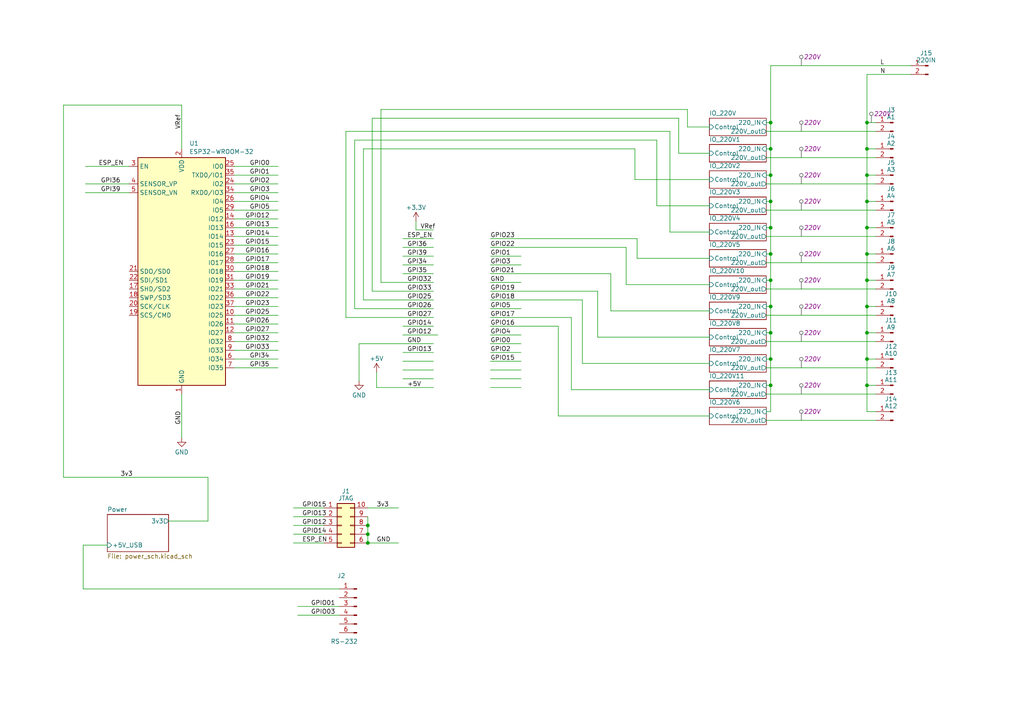
<source format=kicad_sch>
(kicad_sch (version 20230121) (generator eeschema)
  (paper "A4")
  (title_block (title "ISP32 Devkit LiPo Addon") (date "2023-09-20") (company "Wildsystems"))
  (lib_symbols
    (symbol "Connector:Conn_01x02_Pin" (pin_names (offset 1.016) hide)
      (property "Reference" "J" (at 0 2.54 0))
      (property "Value" "Conn_01x02_Pin" (at 0 -5.08 0))
      (symbol "Conn_01x02_Pin_1_1"
        (polyline (pts (xy 1.27 -2.54) (xy 0.8636 -2.54)) (stroke (width 0.1524)))
        (polyline (pts (xy 1.27 0) (xy 0.8636 0)) (stroke (width 0.1524)))
        (rectangle (start 0.8636 -2.413) (end 0 -2.667) (stroke (width 0.1524)) (fill (type outline)))
        (rectangle (start 0.8636 0.127) (end 0 -0.127) (stroke (width 0.1524)) (fill (type outline)))
        (pin passive line (at 5.08 0 180) (length 3.81) (name "Pin_1") (number "1"))
        (pin passive line (at 5.08 -2.54 180) (length 3.81) (name "Pin_2") (number "2"))
      )
    )
    (symbol "Connector:Conn_01x06_Pin" (pin_names (offset 1.016) hide)
      (property "Reference" "J" (at 0 7.62 0))
      (property "Value" "Conn_01x06_Pin" (at 0 -10.16 0))
      (symbol "Conn_01x06_Pin_1_1"
        (polyline (pts (xy 1.27 -7.62) (xy 0.8636 -7.62)) (stroke (width 0.1524)))
        (polyline (pts (xy 1.27 -5.08) (xy 0.8636 -5.08)) (stroke (width 0.1524)))
        (polyline (pts (xy 1.27 -2.54) (xy 0.8636 -2.54)) (stroke (width 0.1524)))
        (polyline (pts (xy 1.27 0) (xy 0.8636 0)) (stroke (width 0.1524)))
        (polyline (pts (xy 1.27 2.54) (xy 0.8636 2.54)) (stroke (width 0.1524)))
        (polyline (pts (xy 1.27 5.08) (xy 0.8636 5.08)) (stroke (width 0.1524)))
        (rectangle (start 0.8636 -7.493) (end 0 -7.747) (stroke (width 0.1524)) (fill (type outline)))
        (rectangle (start 0.8636 -4.953) (end 0 -5.207) (stroke (width 0.1524)) (fill (type outline)))
        (rectangle (start 0.8636 -2.413) (end 0 -2.667) (stroke (width 0.1524)) (fill (type outline)))
        (rectangle (start 0.8636 0.127) (end 0 -0.127) (stroke (width 0.1524)) (fill (type outline)))
        (rectangle (start 0.8636 2.667) (end 0 2.413) (stroke (width 0.1524)) (fill (type outline)))
        (rectangle (start 0.8636 5.207) (end 0 4.953) (stroke (width 0.1524)) (fill (type outline)))
        (pin passive line (at 5.08 5.08 180) (length 3.81) (name "Pin_1") (number "1"))
        (pin passive line (at 5.08 2.54 180) (length 3.81) (name "Pin_2") (number "2"))
        (pin passive line (at 5.08 0 180) (length 3.81) (name "Pin_3") (number "3"))
        (pin passive line (at 5.08 -2.54 180) (length 3.81) (name "Pin_4") (number "4"))
        (pin passive line (at 5.08 -5.08 180) (length 3.81) (name "Pin_5") (number "5"))
        (pin passive line (at 5.08 -7.62 180) (length 3.81) (name "Pin_6") (number "6"))
      )
    )
    (symbol "Connector_Generic:Conn_02x05_Counter_Clockwise" (pin_names (offset 1.016) hide)
      (property "Reference" "J" (at 1.27 7.62 0))
      (property "Value" "Conn_02x05_Counter_Clockwise" (at 1.27 -7.62 0))
      (symbol "Conn_02x05_Counter_Clockwise_1_1"
        (rectangle (start -1.27 -4.953) (end 0 -5.207) (stroke (width 0.1524)))
        (rectangle (start -1.27 -2.413) (end 0 -2.667) (stroke (width 0.1524)))
        (rectangle (start -1.27 0.127) (end 0 -0.127) (stroke (width 0.1524)))
        (rectangle (start -1.27 2.667) (end 0 2.413) (stroke (width 0.1524)))
        (rectangle (start -1.27 5.207) (end 0 4.953) (stroke (width 0.1524)))
        (rectangle (start -1.27 6.35) (end 3.81 -6.35) (stroke (width 0.254)) (fill (type background)))
        (rectangle (start 3.81 -4.953) (end 2.54 -5.207) (stroke (width 0.1524)))
        (rectangle (start 3.81 -2.413) (end 2.54 -2.667) (stroke (width 0.1524)))
        (rectangle (start 3.81 0.127) (end 2.54 -0.127) (stroke (width 0.1524)))
        (rectangle (start 3.81 2.667) (end 2.54 2.413) (stroke (width 0.1524)))
        (rectangle (start 3.81 5.207) (end 2.54 4.953) (stroke (width 0.1524)))
        (pin passive line (at -5.08 5.08 0) (length 3.81) (name "Pin_1") (number "1"))
        (pin passive line (at 7.62 5.08 180) (length 3.81) (name "Pin_10") (number "10"))
        (pin passive line (at -5.08 2.54 0) (length 3.81) (name "Pin_2") (number "2"))
        (pin passive line (at -5.08 0 0) (length 3.81) (name "Pin_3") (number "3"))
        (pin passive line (at -5.08 -2.54 0) (length 3.81) (name "Pin_4") (number "4"))
        (pin passive line (at -5.08 -5.08 0) (length 3.81) (name "Pin_5") (number "5"))
        (pin passive line (at 7.62 -5.08 180) (length 3.81) (name "Pin_6") (number "6"))
        (pin passive line (at 7.62 -2.54 180) (length 3.81) (name "Pin_7") (number "7"))
        (pin passive line (at 7.62 0 180) (length 3.81) (name "Pin_8") (number "8"))
        (pin passive line (at 7.62 2.54 180) (length 3.81) (name "Pin_9") (number "9"))
      )
    )
    (symbol "RF_Module:ESP32-WROOM-32"
      (property "Reference" "U" (at -12.7 34.29 0))
      (property "Value" "ESP32-WROOM-32" (at 1.27 34.29 0))
      (symbol "ESP32-WROOM-32_0_1"
        (rectangle (start -12.7 33.02) (end 12.7 -33.02) (stroke (width 0.254)) (fill (type background)))
      )
      (symbol "ESP32-WROOM-32_1_1"
        (pin power_in line (at 0 -35.56 90) (length 2.54) (name "GND") (number "1"))
        (pin bidirectional line (at 15.24 -12.7 180) (length 2.54) (name "IO25") (number "10"))
        (pin bidirectional line (at 15.24 -15.24 180) (length 2.54) (name "IO26") (number "11"))
        (pin bidirectional line (at 15.24 -17.78 180) (length 2.54) (name "IO27") (number "12"))
        (pin bidirectional line (at 15.24 10.16 180) (length 2.54) (name "IO14") (number "13"))
        (pin bidirectional line (at 15.24 15.24 180) (length 2.54) (name "IO12") (number "14"))
        (pin passive line (at 0 -35.56 90) (length 2.54) hide (name "GND") (number "15"))
        (pin bidirectional line (at 15.24 12.7 180) (length 2.54) (name "IO13") (number "16"))
        (pin bidirectional line (at -15.24 -5.08 0) (length 2.54) (name "SHD/SD2") (number "17"))
        (pin bidirectional line (at -15.24 -7.62 0) (length 2.54) (name "SWP/SD3") (number "18"))
        (pin bidirectional line (at -15.24 -12.7 0) (length 2.54) (name "SCS/CMD") (number "19"))
        (pin power_in line (at 0 35.56 270) (length 2.54) (name "VDD") (number "2"))
        (pin bidirectional line (at -15.24 -10.16 0) (length 2.54) (name "SCK/CLK") (number "20"))
        (pin bidirectional line (at -15.24 0 0) (length 2.54) (name "SDO/SD0") (number "21"))
        (pin bidirectional line (at -15.24 -2.54 0) (length 2.54) (name "SDI/SD1") (number "22"))
        (pin bidirectional line (at 15.24 7.62 180) (length 2.54) (name "IO15") (number "23"))
        (pin bidirectional line (at 15.24 25.4 180) (length 2.54) (name "IO2") (number "24"))
        (pin bidirectional line (at 15.24 30.48 180) (length 2.54) (name "IO0") (number "25"))
        (pin bidirectional line (at 15.24 20.32 180) (length 2.54) (name "IO4") (number "26"))
        (pin bidirectional line (at 15.24 5.08 180) (length 2.54) (name "IO16") (number "27"))
        (pin bidirectional line (at 15.24 2.54 180) (length 2.54) (name "IO17") (number "28"))
        (pin bidirectional line (at 15.24 17.78 180) (length 2.54) (name "IO5") (number "29"))
        (pin input line (at -15.24 30.48 0) (length 2.54) (name "EN") (number "3"))
        (pin bidirectional line (at 15.24 0 180) (length 2.54) (name "IO18") (number "30"))
        (pin bidirectional line (at 15.24 -2.54 180) (length 2.54) (name "IO19") (number "31"))
        (pin no_connect line (at -12.7 -27.94 0) (length 2.54) hide (name "NC") (number "32"))
        (pin bidirectional line (at 15.24 -5.08 180) (length 2.54) (name "IO21") (number "33"))
        (pin bidirectional line (at 15.24 22.86 180) (length 2.54) (name "RXD0/IO3") (number "34"))
        (pin bidirectional line (at 15.24 27.94 180) (length 2.54) (name "TXD0/IO1") (number "35"))
        (pin bidirectional line (at 15.24 -7.62 180) (length 2.54) (name "IO22") (number "36"))
        (pin bidirectional line (at 15.24 -10.16 180) (length 2.54) (name "IO23") (number "37"))
        (pin passive line (at 0 -35.56 90) (length 2.54) hide (name "GND") (number "38"))
        (pin passive line (at 0 -35.56 90) (length 2.54) hide (name "GND") (number "39"))
        (pin input line (at -15.24 25.4 0) (length 2.54) (name "SENSOR_VP") (number "4"))
        (pin input line (at -15.24 22.86 0) (length 2.54) (name "SENSOR_VN") (number "5"))
        (pin input line (at 15.24 -25.4 180) (length 2.54) (name "IO34") (number "6"))
        (pin input line (at 15.24 -27.94 180) (length 2.54) (name "IO35") (number "7"))
        (pin bidirectional line (at 15.24 -20.32 180) (length 2.54) (name "IO32") (number "8"))
        (pin bidirectional line (at 15.24 -22.86 180) (length 2.54) (name "IO33") (number "9"))
      )
    )
    (symbol "power:+3.3V" (power) (pin_names (offset 0))
      (property "Value" "+3.3V" (at 0 3.556 0))
      (symbol "+3.3V_0_1"
        (polyline (pts (xy -0.762 1.27) (xy 0 2.54)))
        (polyline (pts (xy 0 0) (xy 0 2.54)))
        (polyline (pts (xy 0 2.54) (xy 0.762 1.27)))
      )
      (symbol "+3.3V_1_1"
        (pin power_in line (at 0 0 90) (length 0) hide (name "+3.3V") (number "1"))
      )
    )
    (symbol "power:+5V" (power) (pin_names (offset 0))
      (property "Value" "+5V" (at 0 3.556 0))
      (symbol "+5V_0_1"
        (polyline (pts (xy -0.762 1.27) (xy 0 2.54)))
        (polyline (pts (xy 0 0) (xy 0 2.54)))
        (polyline (pts (xy 0 2.54) (xy 0.762 1.27)))
      )
      (symbol "+5V_1_1"
        (pin power_in line (at 0 0 90) (length 0) hide (name "+5V") (number "1"))
      )
    )
    (symbol "power:GND" (power) (pin_names (offset 0))
      (property "Value" "GND" (at 0 -3.81 0))
      (symbol "GND_0_1"
        (polyline (pts (xy 0 0) (xy 0 -1.27) (xy 1.27 -1.27) (xy 0 -2.54) (xy -1.27 -1.27) (xy 0 -1.27)))
      )
      (symbol "GND_1_1"
        (pin power_in line (at 0 0 270) (length 0) hide (name "GND") (number "1"))
      )
    )
  )
  (junction (at 251.46 50.8))
  (junction (at 251.46 96.52))
  (junction (at 223.52 35.56))
  (junction (at 251.46 81.28))
  (junction (at 251.46 73.66))
  (junction (at 251.46 66.04))
  (junction (at 223.52 58.42))
  (junction (at 223.52 96.52))
  (junction (at 106.68 154.94))
  (junction (at 251.46 111.76))
  (junction (at 251.46 43.18))
  (junction (at 223.52 50.8))
  (junction (at 223.52 111.76))
  (junction (at 223.52 73.66))
  (junction (at 251.46 88.9))
  (junction (at 223.52 88.9))
  (junction (at 251.46 104.14))
  (junction (at 251.46 35.56))
  (junction (at 106.68 152.4))
  (junction (at 106.68 157.48))
  (junction (at 223.52 43.18))
  (junction (at 223.52 66.04))
  (junction (at 223.52 81.28))
  (junction (at 251.46 58.42))
  (junction (at 223.52 104.14))
  (wire (pts (xy 190.5 59.69) (xy 205.74 59.69)))
  (wire (pts (xy 223.52 119.38) (xy 222.25 119.38)))
  (wire (pts (xy 102.87 89.535) (xy 125.73 89.535)))
  (wire (pts (xy 181.61 82.55) (xy 205.74 82.55)))
  (wire (pts (xy 173.355 84.455) (xy 173.355 97.79)))
  (wire (pts (xy 107.95 34.29) (xy 196.85 34.29)))
  (wire (pts (xy 67.945 76.2) (xy 80.645 76.2)))
  (wire (pts (xy 67.945 86.36) (xy 80.645 86.36)))
  (wire (pts (xy 85.09 157.48) (xy 93.98 157.48)))
  (wire (pts (xy 222.25 50.8) (xy 223.52 50.8)))
  (wire (pts (xy 151.13 107.315) (xy 142.24 107.315)))
  (wire (pts (xy 223.52 66.04) (xy 223.52 73.66)))
  (wire (pts (xy 194.31 38.1) (xy 194.31 67.31)))
  (wire (pts (xy 251.46 96.52) (xy 251.46 104.14)))
  (wire (pts (xy 251.46 111.76) (xy 251.46 119.38)))
  (wire (pts (xy 223.52 19.05) (xy 223.52 35.56)))
  (wire (pts (xy 222.25 104.14) (xy 223.52 104.14)))
  (wire (pts (xy 223.52 35.56) (xy 223.52 43.18)))
  (wire (pts (xy 222.25 43.18) (xy 223.52 43.18)))
  (wire (pts (xy 67.945 55.88) (xy 80.645 55.88)))
  (wire (pts (xy 251.46 50.8) (xy 254 50.8)))
  (wire (pts (xy 222.25 91.44) (xy 254 91.44)))
  (wire (pts (xy 251.46 104.14) (xy 251.46 111.76)))
  (wire (pts (xy 251.46 66.04) (xy 251.46 73.66)))
  (wire (pts (xy 67.945 104.14) (xy 80.645 104.14)))
  (wire (pts (xy 251.46 58.42) (xy 254 58.42)))
  (wire (pts (xy 85.09 152.4) (xy 93.98 152.4)))
  (wire (pts (xy 24.765 48.26) (xy 37.465 48.26)))
  (wire (pts (xy 67.945 60.96) (xy 80.645 60.96)))
  (wire (pts (xy 251.46 66.04) (xy 254 66.04)))
  (wire (pts (xy 52.705 43.18) (xy 52.705 30.48)))
  (wire (pts (xy 222.25 96.52) (xy 223.52 96.52)))
  (wire (pts (xy 151.13 74.295) (xy 142.24 74.295)))
  (wire (pts (xy 142.24 86.995) (xy 168.91 86.995)))
  (wire (pts (xy 223.52 96.52) (xy 223.52 104.14)))
  (wire (pts (xy 116.84 97.155) (xy 127 97.155)))
  (wire (pts (xy 251.46 35.56) (xy 251.46 43.18)))
  (wire (pts (xy 105.41 86.995) (xy 125.73 86.995)))
  (wire (pts (xy 151.13 97.155) (xy 142.24 97.155)))
  (wire (pts (xy 223.52 111.76) (xy 223.52 119.38)))
  (wire (pts (xy 67.945 58.42) (xy 80.645 58.42)))
  (wire (pts (xy 52.705 30.48) (xy 18.415 30.48)))
  (wire (pts (xy 67.945 99.06) (xy 80.645 99.06)))
  (wire (pts (xy 67.945 63.5) (xy 80.645 63.5)))
  (wire (pts (xy 177.165 79.375) (xy 177.165 90.17)))
  (wire (pts (xy 223.52 88.9) (xy 223.52 96.52)))
  (wire (pts (xy 116.84 104.775) (xy 125.73 104.775)))
  (wire (pts (xy 85.09 147.32) (xy 93.98 147.32)))
  (wire (pts (xy 251.46 119.38) (xy 254 119.38)))
  (wire (pts (xy 222.25 60.96) (xy 254 60.96)))
  (wire (pts (xy 142.24 94.615) (xy 161.925 94.615)))
  (wire (pts (xy 60.325 151.13) (xy 48.895 151.13)))
  (wire (pts (xy 222.25 73.66) (xy 223.52 73.66)))
  (wire (pts (xy 104.14 110.49) (xy 104.14 99.695)))
  (wire (pts (xy 110.49 31.75) (xy 110.49 81.915)))
  (wire (pts (xy 116.84 71.755) (xy 125.73 71.755)))
  (wire (pts (xy 222.25 66.04) (xy 223.52 66.04)))
  (wire (pts (xy 151.13 99.695) (xy 142.24 99.695)))
  (wire (pts (xy 125.73 94.615) (xy 116.84 94.615)))
  (wire (pts (xy 100.33 38.1) (xy 194.31 38.1)))
  (wire (pts (xy 67.945 81.28) (xy 80.645 81.28)))
  (wire (pts (xy 168.91 105.41) (xy 205.74 105.41)))
  (wire (pts (xy 222.25 76.2) (xy 254 76.2)))
  (wire (pts (xy 116.84 79.375) (xy 125.73 79.375)))
  (wire (pts (xy 222.25 99.06) (xy 254 99.06)))
  (wire (pts (xy 251.46 73.66) (xy 251.46 81.28)))
  (wire (pts (xy 181.61 71.755) (xy 181.61 82.55)))
  (wire (pts (xy 67.945 106.68) (xy 80.645 106.68)))
  (wire (pts (xy 184.785 74.93) (xy 205.74 74.93)))
  (wire (pts (xy 67.945 91.44) (xy 80.645 91.44)))
  (wire (pts (xy 109.22 112.395) (xy 125.73 112.395)))
  (wire (pts (xy 115.57 147.32) (xy 106.68 147.32)))
  (wire (pts (xy 110.49 31.75) (xy 199.39 31.75)))
  (wire (pts (xy 251.46 50.8) (xy 251.46 58.42)))
  (wire (pts (xy 106.68 149.86) (xy 106.68 152.4)))
  (wire (pts (xy 116.84 69.215) (xy 125.73 69.215)))
  (wire (pts (xy 86.36 178.435) (xy 98.425 178.435)))
  (wire (pts (xy 120.65 66.675) (xy 125.73 66.675)))
  (wire (pts (xy 222.25 83.82) (xy 254 83.82)))
  (wire (pts (xy 67.945 71.12) (xy 80.645 71.12)))
  (wire (pts (xy 85.09 149.86) (xy 93.98 149.86)))
  (wire (pts (xy 184.15 43.18) (xy 184.15 52.07)))
  (wire (pts (xy 142.24 71.755) (xy 181.61 71.755)))
  (wire (pts (xy 67.945 96.52) (xy 80.645 96.52)))
  (wire (pts (xy 165.735 113.03) (xy 205.74 113.03)))
  (wire (pts (xy 106.68 152.4) (xy 106.68 154.94)))
  (wire (pts (xy 105.41 86.995) (xy 105.41 43.18)))
  (wire (pts (xy 184.15 52.07) (xy 205.74 52.07)))
  (wire (pts (xy 67.945 83.82) (xy 80.645 83.82)))
  (wire (pts (xy 190.5 40.64) (xy 190.5 59.69)))
  (wire (pts (xy 199.39 31.75) (xy 199.39 36.83)))
  (wire (pts (xy 223.52 43.18) (xy 223.52 50.8)))
  (wire (pts (xy 67.945 66.04) (xy 80.645 66.04)))
  (wire (pts (xy 165.735 92.075) (xy 165.735 113.03)))
  (wire (pts (xy 86.36 175.895) (xy 98.425 175.895)))
  (wire (pts (xy 142.24 84.455) (xy 173.355 84.455)))
  (wire (pts (xy 223.52 50.8) (xy 223.52 58.42)))
  (wire (pts (xy 196.85 34.29) (xy 196.85 44.45)))
  (wire (pts (xy 223.52 19.05) (xy 264.16 19.05)))
  (wire (pts (xy 199.39 36.83) (xy 205.74 36.83)))
  (wire (pts (xy 151.13 109.855) (xy 142.24 109.855)))
  (wire (pts (xy 105.41 43.18) (xy 184.15 43.18)))
  (wire (pts (xy 151.13 104.775) (xy 142.24 104.775)))
  (wire (pts (xy 18.415 30.48) (xy 18.415 138.43)))
  (wire (pts (xy 116.84 109.855) (xy 125.73 109.855)))
  (wire (pts (xy 222.25 45.72) (xy 254 45.72)))
  (wire (pts (xy 222.25 38.1) (xy 254 38.1)))
  (wire (pts (xy 85.09 154.94) (xy 93.98 154.94)))
  (wire (pts (xy 67.945 68.58) (xy 80.645 68.58)))
  (wire (pts (xy 142.24 69.215) (xy 184.785 69.215)))
  (wire (pts (xy 102.87 40.64) (xy 190.5 40.64)))
  (wire (pts (xy 151.13 89.535) (xy 142.24 89.535)))
  (wire (pts (xy 251.46 111.76) (xy 254 111.76)))
  (wire (pts (xy 24.765 55.88) (xy 37.465 55.88)))
  (wire (pts (xy 67.945 88.9) (xy 80.645 88.9)))
  (wire (pts (xy 251.46 21.59) (xy 251.46 35.56)))
  (wire (pts (xy 116.84 107.315) (xy 125.73 107.315)))
  (wire (pts (xy 184.785 69.215) (xy 184.785 74.93)))
  (wire (pts (xy 107.95 84.455) (xy 125.73 84.455)))
  (wire (pts (xy 102.87 40.64) (xy 102.87 89.535)))
  (wire (pts (xy 67.945 101.6) (xy 80.645 101.6)))
  (wire (pts (xy 222.25 58.42) (xy 223.52 58.42)))
  (wire (pts (xy 251.46 88.9) (xy 251.46 96.52)))
  (wire (pts (xy 106.68 154.94) (xy 106.68 157.48)))
  (wire (pts (xy 120.65 64.135) (xy 120.65 66.675)))
  (wire (pts (xy 24.13 170.815) (xy 98.425 170.815)))
  (wire (pts (xy 67.945 93.98) (xy 80.645 93.98)))
  (wire (pts (xy 222.25 106.68) (xy 254 106.68)))
  (wire (pts (xy 67.945 50.8) (xy 80.645 50.8)))
  (wire (pts (xy 173.355 97.79) (xy 205.74 97.79)))
  (wire (pts (xy 222.25 68.58) (xy 254 68.58)))
  (wire (pts (xy 116.84 76.835) (xy 125.73 76.835)))
  (wire (pts (xy 67.945 78.74) (xy 80.645 78.74)))
  (wire (pts (xy 67.945 48.26) (xy 80.645 48.26)))
  (wire (pts (xy 251.46 73.66) (xy 254 73.66)))
  (wire (pts (xy 100.33 92.075) (xy 100.33 38.1)))
  (wire (pts (xy 24.13 158.115) (xy 31.115 158.115)))
  (wire (pts (xy 223.52 104.14) (xy 223.52 111.76)))
  (wire (pts (xy 24.13 170.815) (xy 24.13 158.115)))
  (wire (pts (xy 116.84 74.295) (xy 125.73 74.295)))
  (wire (pts (xy 24.765 53.34) (xy 37.465 53.34)))
  (wire (pts (xy 251.46 96.52) (xy 254 96.52)))
  (wire (pts (xy 67.945 73.66) (xy 80.645 73.66)))
  (wire (pts (xy 251.46 88.9) (xy 254 88.9)))
  (wire (pts (xy 177.165 90.17) (xy 205.74 90.17)))
  (wire (pts (xy 223.52 73.66) (xy 223.52 81.28)))
  (wire (pts (xy 107.95 34.29) (xy 107.95 84.455)))
  (wire (pts (xy 142.24 92.075) (xy 165.735 92.075)))
  (wire (pts (xy 18.415 138.43) (xy 60.325 138.43)))
  (wire (pts (xy 110.49 81.915) (xy 125.73 81.915)))
  (wire (pts (xy 251.46 35.56) (xy 254 35.56)))
  (wire (pts (xy 151.13 81.915) (xy 142.24 81.915)))
  (wire (pts (xy 100.33 92.075) (xy 125.73 92.075)))
  (wire (pts (xy 104.14 99.695) (xy 125.73 99.695)))
  (wire (pts (xy 222.25 81.28) (xy 223.52 81.28)))
  (wire (pts (xy 251.46 43.18) (xy 251.46 50.8)))
  (wire (pts (xy 222.25 88.9) (xy 223.52 88.9)))
  (wire (pts (xy 251.46 58.42) (xy 251.46 66.04)))
  (wire (pts (xy 106.68 157.48) (xy 115.57 157.48)))
  (wire (pts (xy 222.25 111.76) (xy 223.52 111.76)))
  (wire (pts (xy 168.91 86.995) (xy 168.91 105.41)))
  (wire (pts (xy 116.84 102.235) (xy 125.73 102.235)))
  (wire (pts (xy 109.22 107.95) (xy 109.22 112.395)))
  (wire (pts (xy 52.705 127) (xy 52.705 114.3)))
  (wire (pts (xy 67.945 53.34) (xy 80.645 53.34)))
  (wire (pts (xy 223.52 58.42) (xy 223.52 66.04)))
  (wire (pts (xy 194.31 67.31) (xy 205.74 67.31)))
  (wire (pts (xy 251.46 43.18) (xy 254 43.18)))
  (wire (pts (xy 251.46 104.14) (xy 254 104.14)))
  (wire (pts (xy 222.25 35.56) (xy 223.52 35.56)))
  (wire (pts (xy 142.24 79.375) (xy 177.165 79.375)))
  (wire (pts (xy 196.85 44.45) (xy 205.74 44.45)))
  (wire (pts (xy 222.25 121.92) (xy 254 121.92)))
  (wire (pts (xy 251.46 81.28) (xy 251.46 88.9)))
  (wire (pts (xy 222.25 53.34) (xy 254 53.34)))
  (wire (pts (xy 161.925 94.615) (xy 161.925 120.65)))
  (wire (pts (xy 151.13 76.835) (xy 142.24 76.835)))
  (wire (pts (xy 151.13 102.235) (xy 142.24 102.235)))
  (wire (pts (xy 151.13 112.395) (xy 142.24 112.395)))
  (wire (pts (xy 222.25 114.3) (xy 254 114.3)))
  (wire (pts (xy 161.925 120.65) (xy 205.74 120.65)))
  (wire (pts (xy 251.46 81.28) (xy 254 81.28)))
  (wire (pts (xy 251.46 21.59) (xy 264.16 21.59)))
  (wire (pts (xy 223.52 81.28) (xy 223.52 88.9)))
  (wire (pts (xy 60.325 138.43) (xy 60.325 151.13)))
  (label "GPIO21" (at 71.12 83.82 0))
  (label "+5V" (at 118.11 112.395 0))
  (label "GPI34" (at 72.39 104.14 0))
  (label "GPI35" (at 72.39 106.68 0))
  (label "GPIO17" (at 71.12 76.2 0))
  (label "GPIO12" (at 118.11 97.155 0))
  (label "GPIO16" (at 142.24 94.615 0))
  (label "GPIO5" (at 72.39 60.96 0))
  (label "GPIO33" (at 118.11 84.455 0))
  (label "GPIO32" (at 71.12 99.06 0))
  (label "GPIO4" (at 72.39 58.42 0))
  (label "GND" (at 109.22 157.48 0))
  (label "GPIO15" (at 142.24 104.775 0))
  (label "GPIO01" (at 90.17 175.895 0))
  (label "GPIO27" (at 71.12 96.52 0))
  (label "GPIO16" (at 71.12 73.66 0))
  (label "GPIO14" (at 87.63 154.94 0))
  (label "VRef" (at 121.92 66.675 0))
  (label "3v3" (at 34.925 138.43 0))
  (label "GND" (at 52.705 123.19 90))
  (label "GPIO25" (at 71.12 91.44 0))
  (label "GPIO5" (at 142.24 89.535 0))
  (label "GND" (at 118.11 99.695 0))
  (label "GPIO15" (at 71.12 71.12 0))
  (label "ESP_EN" (at 87.63 157.48 0))
  (label "L" (at 255.27 19.05 0))
  (label "ESP_EN" (at 28.575 48.26 0))
  (label "GPIO03" (at 90.17 178.435 0))
  (label "GPIO22" (at 71.12 86.36 0))
  (label "GPIO14" (at 71.12 68.58 0))
  (label "GPIO15" (at 87.63 147.32 0))
  (label "GPIO0" (at 72.39 48.26 0))
  (label "GPIO19" (at 142.24 84.455 0))
  (label "GPIO32" (at 118.11 81.915 0))
  (label "GPIO13" (at 87.63 149.86 0))
  (label "GPIO0" (at 142.24 99.695 0))
  (label "GND" (at 142.24 81.915 0))
  (label "GPI36" (at 118.11 71.755 0))
  (label "VRef" (at 52.705 37.465 90))
  (label "GPIO21" (at 142.24 79.375 0))
  (label "GPIO25" (at 118.11 86.995 0))
  (label "GPIO1" (at 142.24 74.295 0))
  (label "GPI39" (at 118.11 74.295 0))
  (label "GPIO23" (at 142.24 69.215 0))
  (label "3v3" (at 109.22 147.32 0))
  (label "GPIO23" (at 71.12 88.9 0))
  (label "GPIO22" (at 142.24 71.755 0))
  (label "GPIO26" (at 71.12 93.98 0))
  (label "GPIO12" (at 71.12 63.5 0))
  (label "GPIO18" (at 71.12 78.74 0))
  (label "GPIO18" (at 142.24 86.995 0))
  (label "GPI36" (at 29.21 53.34 0))
  (label "N" (at 255.27 21.59 0))
  (label "GPIO2" (at 142.24 102.235 0))
  (label "GPIO17" (at 142.24 92.075 0))
  (label "GPIO13" (at 118.11 102.235 0))
  (label "GPIO27" (at 118.11 92.075 0))
  (label "GPI39" (at 29.21 55.88 0))
  (label "GPIO13" (at 71.12 66.04 0))
  (label "GPI35" (at 118.11 79.375 0))
  (label "GPIO12" (at 87.63 152.4 0))
  (label "GPIO3" (at 72.39 55.88 0))
  (label "GPIO2" (at 72.39 53.34 0))
  (label "ESP_EN" (at 118.11 69.215 0))
  (label "GPIO26" (at 118.11 89.535 0))
  (label "GPIO4" (at 142.24 97.155 0))
  (label "GPI34" (at 118.11 76.835 0))
  (label "GPIO19" (at 71.12 81.28 0))
  (label "GPIO1" (at 72.39 50.8 0))
  (label "GPIO33" (at 71.12 101.6 0))
  (label "GPIO14" (at 118.11 94.615 0))
  (label "GPIO3" (at 142.24 76.835 0))
  (netclass_flag "" (length 2.54) (shape round) (at 232.41 45.72 0) (property "Netclass" "220V" (at 233.1085 43.18 0) (effects (font italic) (justify left))))
  (netclass_flag "" (length 2.54) (shape round) (at 232.41 83.82 0) (property "Netclass" "220V" (at 233.1085 81.28 0) (effects (font italic) (justify left))))
  (netclass_flag "" (length 2.54) (shape round) (at 232.41 121.92 0) (property "Netclass" "220V" (at 233.1085 119.38 0) (effects (font italic) (justify left))))
  (netclass_flag "" (length 2.54) (shape round) (at 232.41 53.34 0) (property "Netclass" "220V" (at 233.1085 50.8 0) (effects (font italic) (justify left))))
  (netclass_flag "" (length 2.54) (shape round) (at 252.73 35.56 0) (property "Netclass" "220V" (at 253.4285 33.02 0) (effects (font italic) (justify left))))
  (netclass_flag "" (length 2.54) (shape round) (at 232.41 38.1 0) (property "Netclass" "220V" (at 233.1085 35.56 0) (effects (font italic) (justify left))))
  (netclass_flag "" (length 2.54) (shape round) (at 232.41 76.2 0) (property "Netclass" "220V" (at 233.1085 73.66 0) (effects (font italic) (justify left))))
  (netclass_flag "" (length 2.54) (shape round) (at 232.41 68.58 0) (property "Netclass" "220V" (at 233.1085 66.04 0) (effects (font italic) (justify left))))
  (netclass_flag "" (length 2.54) (shape round) (at 232.41 60.96 0) (property "Netclass" "220V" (at 233.1085 58.42 0) (effects (font italic) (justify left))))
  (netclass_flag "" (length 2.54) (shape round) (at 232.41 99.06 0) (property "Netclass" "220V" (at 233.1085 96.52 0) (effects (font italic) (justify left))))
  (netclass_flag "" (length 2.54) (shape round) (at 232.41 114.3 0) (property "Netclass" "220V" (at 233.1085 111.76 0) (effects (font italic) (justify left))))
  (netclass_flag "" (length 2.54) (shape round) (at 232.41 91.44 0) (property "Netclass" "220V" (at 233.1085 88.9 0) (effects (font italic) (justify left))))
  (netclass_flag "" (length 2.54) (shape round) (at 232.41 19.05 0) (property "Netclass" "220V" (at 233.1085 16.51 0) (effects (font italic) (justify left))))
  (netclass_flag "" (length 2.54) (shape round) (at 232.41 106.68 0) (property "Netclass" "220V" (at 233.1085 104.14 0) (effects (font italic) (justify left))))
  (symbol (lib_id "Connector:Conn_01x02_Pin") (at 259.08 58.42 0) (mirror y) (unit 1)
    (property "Reference" "J6" (at 258.445 54.7638 0))
    (property "Value" "A4" (at 258.445 56.8118 0))
    (property "Footprint" "My Footprints:DG500-5.0-02P" (effects hide))
    (property "Datasheet" "https://store.comet.bg/download-file.php?id=2456" (effects hide))
    (property "Comet Part id" "DG500-5.0-02P" (effects hide))
  )
  (symbol (lib_id "Connector:Conn_01x02_Pin") (at 259.08 104.14 0) (mirror y) (unit 1)
    (property "Reference" "J12" (at 258.445 100.4838 0))
    (property "Value" "A10" (at 258.445 102.5318 0))
    (property "Footprint" "My Footprints:DG500-5.0-02P" (effects hide))
    (property "Datasheet" "https://store.comet.bg/download-file.php?id=2456" (effects hide))
    (property "Comet Part id" "DG500-5.0-02P" (effects hide))
  )
  (symbol (lib_id "Connector:Conn_01x06_Pin") (at 103.505 175.895 0) (mirror y) (unit 1)
    (property "Reference" "J2" (at 97.79 167.005 0) (effects (justify right)))
    (property "Value" "RS-232" (at 95.885 186.055 0) (effects (justify right)))
    (property "Footprint" "Connector:Tag-Connect_TC2030-IDC-NL_2x03_P1.27mm_Vertical" (effects hide))
  )
  (symbol (lib_id "RF_Module:ESP32-WROOM-32") (at 52.705 78.74 0) (unit 1)
    (property "Reference" "U1" (at 54.8991 41.5757 0) (effects (justify left)))
    (property "Value" "ESP32-WROOM-32" (at 54.8991 43.9999 0) (effects (justify left)))
    (property "Footprint" "RF_Module:ESP32-WROOM-32" (effects hide))
    (property "Datasheet" "https://www.espressif.com/sites/default/files/documentation/esp32-wroom-32_datasheet_en.pdf" (effects hide))
  )
  (symbol (lib_id "power:+3.3V") (at 120.65 64.135 0) (unit 1)
    (property "Reference" "#PWR04" (effects hide))
    (property "Value" "+3.3V" (at 120.65 60.19 0))
  )
  (symbol (lib_id "Connector:Conn_01x02_Pin") (at 259.08 111.76 0) (mirror y) (unit 1)
    (property "Reference" "J13" (at 258.445 108.1038 0))
    (property "Value" "A11" (at 258.445 110.1518 0))
    (property "Footprint" "My Footprints:DG500-5.0-02P" (effects hide))
    (property "Datasheet" "https://store.comet.bg/download-file.php?id=2456" (effects hide))
    (property "Comet Part id" "DG500-5.0-02P" (effects hide))
  )
  (symbol (lib_id "Connector:Conn_01x02_Pin") (at 269.24 19.05 0) (mirror y) (unit 1)
    (property "Reference" "J15" (at 268.605 15.3938 0))
    (property "Value" "220IN" (at 268.605 17.4418 0))
    (property "Footprint" "My Footprints:DG500-5.0-02P" (effects hide))
    (property "Datasheet" "https://store.comet.bg/download-file.php?id=2456" (effects hide))
    (property "Comet Part id" "DG500-5.0-02P" (effects hide))
  )
  (symbol (lib_id "Connector:Conn_01x02_Pin") (at 259.08 73.66 0) (mirror y) (unit 1)
    (property "Reference" "J8" (at 258.445 70.0038 0))
    (property "Value" "A6" (at 258.445 72.0518 0))
    (property "Footprint" "My Footprints:DG500-5.0-02P" (effects hide))
    (property "Datasheet" "https://store.comet.bg/download-file.php?id=2456" (effects hide))
    (property "Comet Part id" "DG500-5.0-02P" (effects hide))
  )
  (symbol (lib_id "Connector:Conn_01x02_Pin") (at 259.08 66.04 0) (mirror y) (unit 1)
    (property "Reference" "J7" (at 258.445 62.3838 0))
    (property "Value" "A5" (at 258.445 64.4318 0))
    (property "Footprint" "My Footprints:DG500-5.0-02P" (effects hide))
    (property "Datasheet" "https://store.comet.bg/download-file.php?id=2456" (effects hide))
    (property "Comet Part id" "DG500-5.0-02P" (effects hide))
  )
  (symbol (lib_id "power:+5V") (at 109.22 107.95 0) (unit 1)
    (property "Reference" "#PWR03" (effects hide))
    (property "Value" "+5V" (at 109.22 104.005 0))
  )
  (symbol (lib_id "Connector:Conn_01x02_Pin") (at 259.08 43.18 0) (mirror y) (unit 1)
    (property "Reference" "J4" (at 258.445 39.5238 0))
    (property "Value" "A2" (at 258.445 41.5718 0))
    (property "Footprint" "My Footprints:DG500-5.0-02P" (effects hide))
    (property "Datasheet" "https://store.comet.bg/download-file.php?id=2456" (effects hide))
    (property "Comet Part id" "DG500-5.0-02P" (effects hide))
  )
  (symbol (lib_id "power:GND") (at 104.14 110.49 0) (unit 1)
    (property "Reference" "#PWR02" (effects hide))
    (property "Value" "GND" (at 104.14 114.6231 0))
  )
  (symbol (lib_id "Connector:Conn_01x02_Pin") (at 259.08 35.56 0) (mirror y) (unit 1)
    (property "Reference" "J3" (at 258.445 31.9038 0))
    (property "Value" "A1" (at 258.445 33.9518 0))
    (property "Footprint" "My Footprints:DG500-5.0-02P" (effects hide))
    (property "Datasheet" "https://store.comet.bg/download-file.php?id=2456" (effects hide))
    (property "Comet Part id" "DG500-5.0-02P" (effects hide))
  )
  (symbol (lib_id "Connector:Conn_01x02_Pin") (at 259.08 88.9 0) (mirror y) (unit 1)
    (property "Reference" "J10" (at 258.445 85.2438 0))
    (property "Value" "A8" (at 258.445 87.2918 0))
    (property "Footprint" "My Footprints:DG500-5.0-02P" (effects hide))
    (property "Datasheet" "https://store.comet.bg/download-file.php?id=2456" (effects hide))
    (property "Comet Part id" "DG500-5.0-02P" (effects hide))
  )
  (symbol (lib_id "power:GND") (at 52.705 127 0) (unit 1)
    (property "Reference" "#PWR01" (effects hide))
    (property "Value" "GND" (at 52.705 131.1331 0))
  )
  (symbol (lib_id "Connector_Generic:Conn_02x05_Counter_Clockwise") (at 99.06 152.4 0) (unit 1)
    (property "Reference" "J1" (at 100.33 142.47 0))
    (property "Value" "JTAG" (at 100.33 144.518 0))
    (property "Footprint" "Connector:Tag-Connect_TC2050-IDC-FP_2x05_P1.27mm_Vertical" (effects hide))
  )
  (symbol (lib_id "Connector:Conn_01x02_Pin") (at 259.08 119.38 0) (mirror y) (unit 1)
    (property "Reference" "J14" (at 258.445 115.7238 0))
    (property "Value" "A12" (at 258.445 117.7718 0))
    (property "Footprint" "My Footprints:DG500-5.0-02P" (effects hide))
    (property "Datasheet" "https://store.comet.bg/download-file.php?id=2456" (effects hide))
    (property "Comet Part id" "DG500-5.0-02P" (effects hide))
  )
  (symbol (lib_id "Connector:Conn_01x02_Pin") (at 259.08 96.52 0) (mirror y) (unit 1)
    (property "Reference" "J11" (at 258.445 92.8638 0))
    (property "Value" "A9" (at 258.445 94.9118 0))
    (property "Footprint" "My Footprints:DG500-5.0-02P" (effects hide))
    (property "Datasheet" "https://store.comet.bg/download-file.php?id=2456" (effects hide))
    (property "Comet Part id" "DG500-5.0-02P" (effects hide))
  )
  (symbol (lib_id "Connector:Conn_01x02_Pin") (at 259.08 50.8 0) (mirror y) (unit 1)
    (property "Reference" "J5" (at 258.445 47.1438 0))
    (property "Value" "A3" (at 258.445 49.1918 0))
    (property "Footprint" "My Footprints:DG500-5.0-02P" (effects hide))
    (property "Datasheet" "https://store.comet.bg/download-file.php?id=2456" (effects hide))
    (property "Comet Part id" "DG500-5.0-02P" (effects hide))
  )
  (symbol (lib_id "Connector:Conn_01x02_Pin") (at 259.08 81.28 0) (mirror y) (unit 1)
    (property "Reference" "J9" (at 258.445 77.6238 0))
    (property "Value" "A7" (at 258.445 79.6718 0))
    (property "Footprint" "My Footprints:DG500-5.0-02P" (effects hide))
    (property "Datasheet" "https://store.comet.bg/download-file.php?id=2456" (effects hide))
    (property "Comet Part id" "DG500-5.0-02P" (effects hide))
  )
  (sheet (at 205.74 87.63) (size 16.51 5.08) (stroke (width 0.1524))
    (property "Sheetname" "IO_220V9" (at 205.74 86.9184 0) (effects (justify left bottom)))
    (property "Sheetfile" "io220v.kicad_sch" (effects hide))
    (pin "Control" input (at 205.74 90.17 180))
    (pin "220_IN" input (at 222.25 88.9 0))
    (pin "220V_out" output (at 222.25 91.44 0))
  )
  (sheet (at 205.74 80.01) (size 16.51 5.08) (stroke (width 0.1524))
    (property "Sheetname" "IO_220V10" (at 205.74 79.2984 0) (effects (justify left bottom)))
    (property "Sheetfile" "io220v.kicad_sch" (effects hide))
    (pin "Control" input (at 205.74 82.55 180))
    (pin "220_IN" input (at 222.25 81.28 0))
    (pin "220V_out" output (at 222.25 83.82 0))
  )
  (sheet (at 205.74 118.11) (size 16.51 5.08) (stroke (width 0.1524))
    (property "Sheetname" "IO_220V6" (at 205.74 117.3984 0) (effects (justify left bottom)))
    (property "Sheetfile" "io220v.kicad_sch" (effects hide))
    (pin "Control" input (at 205.74 120.65 180))
    (pin "220_IN" input (at 222.25 119.38 0))
    (pin "220V_out" output (at 222.25 121.92 0))
  )
  (sheet (at 205.74 34.29) (size 16.51 5.08) (stroke (width 0.1524))
    (property "Sheetname" "IO_220V" (at 205.74 33.5784 0) (effects (justify left bottom)))
    (property "Sheetfile" "io220v.kicad_sch" (effects hide))
    (pin "Control" input (at 205.74 36.83 180))
    (pin "220_IN" input (at 222.25 35.56 0))
    (pin "220V_out" output (at 222.25 38.1 0))
  )
  (sheet (at 205.74 41.91) (size 16.51 5.08) (stroke (width 0.1524))
    (property "Sheetname" "IO_220V1" (at 205.74 41.1984 0) (effects (justify left bottom)))
    (property "Sheetfile" "io220v.kicad_sch" (effects hide))
    (pin "Control" input (at 205.74 44.45 180))
    (pin "220_IN" input (at 222.25 43.18 0))
    (pin "220V_out" output (at 222.25 45.72 0))
  )
  (sheet (at 31.115 149.225) (size 17.78 10.795) (stroke (width 0.1524))
    (property "Sheetname" "Power" (at 31.115 148.5134 0) (effects (justify left bottom)))
    (property "Sheetfile" "power_sch.kicad_sch" (at 31.115 160.6046 0) (effects (justify left top)))
    (pin "+5V_USB" input (at 31.115 158.115 180))
    (pin "3v3" output (at 48.895 151.13 0))
  )
  (sheet (at 205.74 102.87) (size 16.51 5.08) (stroke (width 0.1524))
    (property "Sheetname" "IO_220V7" (at 205.74 102.1584 0) (effects (justify left bottom)))
    (property "Sheetfile" "io220v.kicad_sch" (effects hide))
    (pin "Control" input (at 205.74 105.41 180))
    (pin "220_IN" input (at 222.25 104.14 0))
    (pin "220V_out" output (at 222.25 106.68 0))
  )
  (sheet (at 205.74 72.39) (size 16.51 5.08) (stroke (width 0.1524))
    (property "Sheetname" "IO_220V5" (at 205.74 71.6784 0) (effects (justify left bottom)))
    (property "Sheetfile" "io220v.kicad_sch" (effects hide))
    (pin "Control" input (at 205.74 74.93 180))
    (pin "220_IN" input (at 222.25 73.66 0))
    (pin "220V_out" output (at 222.25 76.2 0))
  )
  (sheet (at 205.74 110.49) (size 16.51 5.08) (stroke (width 0.1524))
    (property "Sheetname" "IO_220V11" (at 205.74 109.7784 0) (effects (justify left bottom)))
    (property "Sheetfile" "io220v.kicad_sch" (effects hide))
    (pin "Control" input (at 205.74 113.03 180))
    (pin "220_IN" input (at 222.25 111.76 0))
    (pin "220V_out" output (at 222.25 114.3 0))
  )
  (sheet (at 205.74 64.77) (size 16.51 5.08) (stroke (width 0.1524))
    (property "Sheetname" "IO_220V4" (at 205.74 64.0584 0) (effects (justify left bottom)))
    (property "Sheetfile" "io220v.kicad_sch" (effects hide))
    (pin "Control" input (at 205.74 67.31 180))
    (pin "220_IN" input (at 222.25 66.04 0))
    (pin "220V_out" output (at 222.25 68.58 0))
  )
  (sheet (at 205.74 95.25) (size 16.51 5.08) (stroke (width 0.1524))
    (property "Sheetname" "IO_220V8" (at 205.74 94.5384 0) (effects (justify left bottom)))
    (property "Sheetfile" "io220v.kicad_sch" (effects hide))
    (pin "Control" input (at 205.74 97.79 180))
    (pin "220_IN" input (at 222.25 96.52 0))
    (pin "220V_out" output (at 222.25 99.06 0))
  )
  (sheet (at 205.74 57.15) (size 16.51 5.08) (stroke (width 0.1524))
    (property "Sheetname" "IO_220V3" (at 205.74 56.4384 0) (effects (justify left bottom)))
    (property "Sheetfile" "io220v.kicad_sch" (effects hide))
    (pin "Control" input (at 205.74 59.69 180))
    (pin "220_IN" input (at 222.25 58.42 0))
    (pin "220V_out" output (at 222.25 60.96 0))
  )
  (sheet (at 205.74 49.53) (size 16.51 5.08) (stroke (width 0.1524))
    (property "Sheetname" "IO_220V2" (at 205.74 48.8184 0) (effects (justify left bottom)))
    (property "Sheetfile" "io220v.kicad_sch" (effects hide))
    (pin "Control" input (at 205.74 52.07 180))
    (pin "220_IN" input (at 222.25 50.8 0))
    (pin "220V_out" output (at 222.25 53.34 0))
  )
)
</source>
